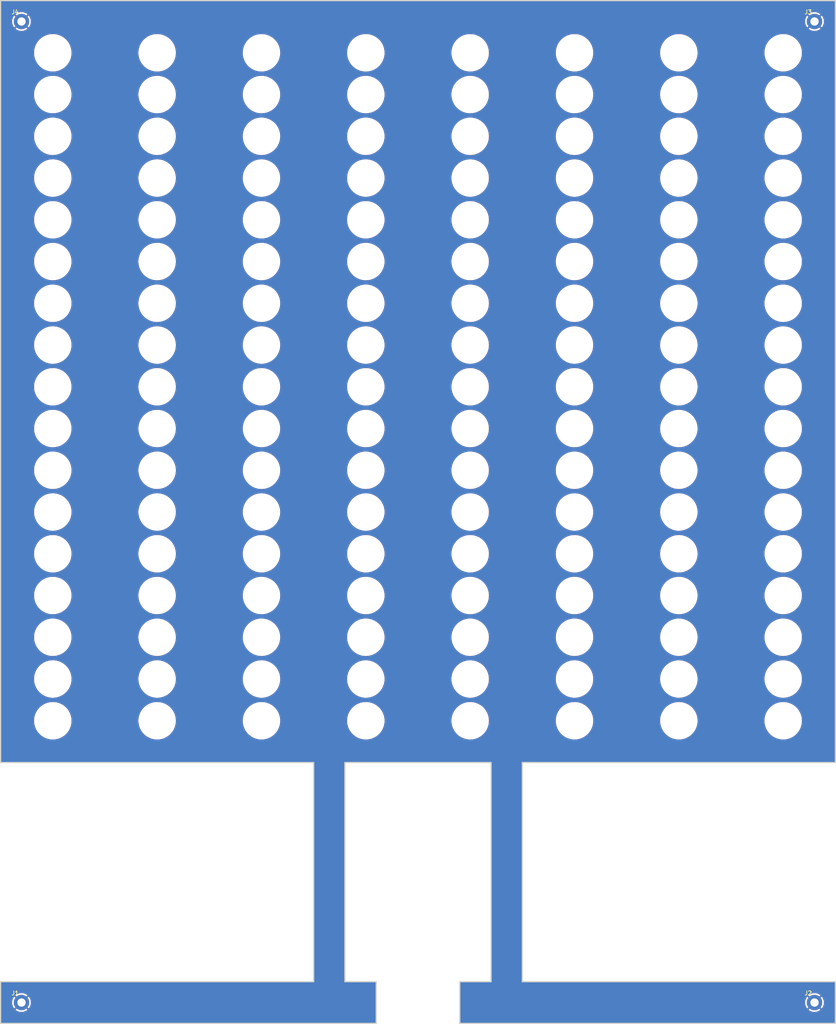
<source format=kicad_pcb>
(kicad_pcb (version 20221018) (generator pcbnew)
  (layers (0 "F.Cu" signal) (31 "B.Cu" signal) (34 "B.Paste" user) (35 "F.Paste" user) (36 "B.SilkS" user "B.Silkscreen") (37 "F.SilkS" user "F.Silkscreen") (38 "B.Mask" user) (39 "F.Mask" user) (44 "Edge.Cuts" user))
  (net 0 "")
  (net 1 "GND")
  (footprint "" (layer "F.Cu") (at 129.4511 130.4036)
    (fp_text reference "@HOLE130" hide)
    (fp_text value "" (at 0 0) (layer "F.SilkS") (effects (font (size 1.27 1.27))))
    (pad "" np_thru_hole circle (at 0 0) (size 4.064 4.064) (drill 4.064) (layers "*.Cu" "*.Mask"))
  )
  (footprint "" (layer "F.Cu") (at 104.0511 54.2036)
    (fp_text reference "@HOLE8" hide)
    (fp_text value "" (at 0 0) (layer "F.SilkS") (effects (font (size 1.27 1.27))))
    (pad "" np_thru_hole circle (at 0 0) (size 4.064 4.064) (drill 4.064) (layers "*.Cu" "*.Mask"))
  )
  (footprint "" (layer "F.Cu") (at 180.2511 79.6036)
    (fp_text reference "@HOLE54" hide)
    (fp_text value "" (at 0 0) (layer "F.SilkS") (effects (font (size 1.27 1.27))))
    (pad "" np_thru_hole circle (at 0 0) (size 4.064 4.064) (drill 4.064) (layers "*.Cu" "*.Mask"))
  )
  (footprint "" (layer "F.Cu") (at 180.2511 94.8436)
    (fp_text reference "@HOLE78" hide)
    (fp_text value "" (at 0 0) (layer "F.SilkS") (effects (font (size 1.27 1.27))))
    (pad "" np_thru_hole circle (at 0 0) (size 4.064 4.064) (drill 4.064) (layers "*.Cu" "*.Mask"))
  )
  (footprint "" (layer "F.Cu") (at 154.8511 125.3236)
    (fp_text reference "@HOLE124" hide)
    (fp_text value "" (at 0 0) (layer "F.SilkS") (effects (font (size 1.27 1.27))))
    (pad "" np_thru_hole circle (at 0 0) (size 4.064 4.064) (drill 4.064) (layers "*.Cu" "*.Mask"))
  )
  (footprint "" (layer "F.Cu") (at 154.8511 54.2036)
    (fp_text reference "@HOLE12" hide)
    (fp_text value "" (at 0 0) (layer "F.SilkS") (effects (font (size 1.27 1.27))))
    (pad "" np_thru_hole circle (at 0 0) (size 4.064 4.064) (drill 4.064) (layers "*.Cu" "*.Mask"))
  )
  (footprint "" (layer "F.Cu") (at 167.5511 105.0036)
    (fp_text reference "@HOLE93" hide)
    (fp_text value "" (at 0 0) (layer "F.SilkS") (effects (font (size 1.27 1.27))))
    (pad "" np_thru_hole circle (at 0 0) (size 4.064 4.064) (drill 4.064) (layers "*.Cu" "*.Mask"))
  )
  (footprint "" (layer "F.Cu") (at 129.4511 64.3636)
    (fp_text reference "@HOLE26" hide)
    (fp_text value "" (at 0 0) (layer "F.SilkS") (effects (font (size 1.27 1.27))))
    (pad "" np_thru_hole circle (at 0 0) (size 4.064 4.064) (drill 4.064) (layers "*.Cu" "*.Mask"))
  )
  (footprint "" (layer "F.Cu") (at 192.9511 49.1236)
    (fp_text reference "@HOLE7" hide)
    (fp_text value "" (at 0 0) (layer "F.SilkS") (effects (font (size 1.27 1.27))))
    (pad "" np_thru_hole circle (at 0 0) (size 4.064 4.064) (drill 4.064) (layers "*.Cu" "*.Mask"))
  )
  (footprint "working:1X01NS_KIT" (layer "F.Cu") (at 100.2411 164.6936)
    (fp_text reference "J1" (at -1.27 -1.143) (layer "F.SilkS") (effects (font (size 0.512064 0.512064) (thickness 0.097536)) (justify left)))
    (fp_text value "")
    (pad "1" thru_hole circle (at 0 0 90) (size 1.8796 1.8796) (drill 1.016) (layers "*.Cu") (net 1 "GND"))
  )
  (footprint "" (layer "F.Cu") (at 116.7511 84.6836)
    (fp_text reference "@HOLE57" hide)
    (fp_text value "" (at 0 0) (layer "F.SilkS") (effects (font (size 1.27 1.27))))
    (pad "" np_thru_hole circle (at 0 0) (size 4.064 4.064) (drill 4.064) (layers "*.Cu" "*.Mask"))
  )
  (footprint "" (layer "F.Cu") (at 167.5511 115.1636)
    (fp_text reference "@HOLE109" hide)
    (fp_text value "" (at 0 0) (layer "F.SilkS") (effects (font (size 1.27 1.27))))
    (pad "" np_thru_hole circle (at 0 0) (size 4.064 4.064) (drill 4.064) (layers "*.Cu" "*.Mask"))
  )
  (footprint "" (layer "F.Cu") (at 116.7511 115.1636)
    (fp_text reference "@HOLE105" hide)
    (fp_text value "" (at 0 0) (layer "F.SilkS") (effects (font (size 1.27 1.27))))
    (pad "" np_thru_hole circle (at 0 0) (size 4.064 4.064) (drill 4.064) (layers "*.Cu" "*.Mask"))
  )
  (footprint "" (layer "F.Cu") (at 116.7511 89.7636)
    (fp_text reference "@HOLE65" hide)
    (fp_text value "" (at 0 0) (layer "F.SilkS") (effects (font (size 1.27 1.27))))
    (pad "" np_thru_hole circle (at 0 0) (size 4.064 4.064) (drill 4.064) (layers "*.Cu" "*.Mask"))
  )
  (footprint "" (layer "F.Cu") (at 154.8511 99.9236)
    (fp_text reference "@HOLE84" hide)
    (fp_text value "" (at 0 0) (layer "F.SilkS") (effects (font (size 1.27 1.27))))
    (pad "" np_thru_hole circle (at 0 0) (size 4.064 4.064) (drill 4.064) (layers "*.Cu" "*.Mask"))
  )
  (footprint "" (layer "F.Cu") (at 154.8511 69.4436)
    (fp_text reference "@HOLE36" hide)
    (fp_text value "" (at 0 0) (layer "F.SilkS") (effects (font (size 1.27 1.27))))
    (pad "" np_thru_hole circle (at 0 0) (size 4.064 4.064) (drill 4.064) (layers "*.Cu" "*.Mask"))
  )
  (footprint "" (layer "F.Cu") (at 142.1511 74.5236)
    (fp_text reference "@HOLE43" hide)
    (fp_text value "" (at 0 0) (layer "F.SilkS") (effects (font (size 1.27 1.27))))
    (pad "" np_thru_hole circle (at 0 0) (size 4.064 4.064) (drill 4.064) (layers "*.Cu" "*.Mask"))
  )
  (footprint "" (layer "F.Cu") (at 167.5511 110.0836)
    (fp_text reference "@HOLE101" hide)
    (fp_text value "" (at 0 0) (layer "F.SilkS") (effects (font (size 1.27 1.27))))
    (pad "" np_thru_hole circle (at 0 0) (size 4.064 4.064) (drill 4.064) (layers "*.Cu" "*.Mask"))
  )
  (footprint "" (layer "F.Cu") (at 129.4511 49.1236)
    (fp_text reference "@HOLE2" hide)
    (fp_text value "" (at 0 0) (layer "F.SilkS") (effects (font (size 1.27 1.27))))
    (pad "" np_thru_hole circle (at 0 0) (size 4.064 4.064) (drill 4.064) (layers "*.Cu" "*.Mask"))
  )
  (footprint "" (layer "F.Cu") (at 154.8511 89.7636)
    (fp_text reference "@HOLE68" hide)
    (fp_text value "" (at 0 0) (layer "F.SilkS") (effects (font (size 1.27 1.27))))
    (pad "" np_thru_hole circle (at 0 0) (size 4.064 4.064) (drill 4.064) (layers "*.Cu" "*.Mask"))
  )
  (footprint "" (layer "F.Cu") (at 142.1511 69.4436)
    (fp_text reference "@HOLE35" hide)
    (fp_text value "" (at 0 0) (layer "F.SilkS") (effects (font (size 1.27 1.27))))
    (pad "" np_thru_hole circle (at 0 0) (size 4.064 4.064) (drill 4.064) (layers "*.Cu" "*.Mask"))
  )
  (footprint "" (layer "F.Cu") (at 180.2511 120.2436)
    (fp_text reference "@HOLE118" hide)
    (fp_text value "" (at 0 0) (layer "F.SilkS") (effects (font (size 1.27 1.27))))
    (pad "" np_thru_hole circle (at 0 0) (size 4.064 4.064) (drill 4.064) (layers "*.Cu" "*.Mask"))
  )
  (footprint "" (layer "F.Cu") (at 104.0511 120.2436)
    (fp_text reference "@HOLE112" hide)
    (fp_text value "" (at 0 0) (layer "F.SilkS") (effects (font (size 1.27 1.27))))
    (pad "" np_thru_hole circle (at 0 0) (size 4.064 4.064) (drill 4.064) (layers "*.Cu" "*.Mask"))
  )
  (footprint "" (layer "F.Cu") (at 192.9511 89.7636)
    (fp_text reference "@HOLE71" hide)
    (fp_text value "" (at 0 0) (layer "F.SilkS") (effects (font (size 1.27 1.27))))
    (pad "" np_thru_hole circle (at 0 0) (size 4.064 4.064) (drill 4.064) (layers "*.Cu" "*.Mask"))
  )
  (footprint "" (layer "F.Cu") (at 154.8511 115.1636)
    (fp_text reference "@HOLE108" hide)
    (fp_text value "" (at 0 0) (layer "F.SilkS") (effects (font (size 1.27 1.27))))
    (pad "" np_thru_hole circle (at 0 0) (size 4.064 4.064) (drill 4.064) (layers "*.Cu" "*.Mask"))
  )
  (footprint "" (layer "F.Cu") (at 142.1511 99.9236)
    (fp_text reference "@HOLE83" hide)
    (fp_text value "" (at 0 0) (layer "F.SilkS") (effects (font (size 1.27 1.27))))
    (pad "" np_thru_hole circle (at 0 0) (size 4.064 4.064) (drill 4.064) (layers "*.Cu" "*.Mask"))
  )
  (footprint "" (layer "F.Cu") (at 180.2511 49.1236)
    (fp_text reference "@HOLE6" hide)
    (fp_text value "" (at 0 0) (layer "F.SilkS") (effects (font (size 1.27 1.27))))
    (pad "" np_thru_hole circle (at 0 0) (size 4.064 4.064) (drill 4.064) (layers "*.Cu" "*.Mask"))
  )
  (footprint "" (layer "F.Cu") (at 116.7511 49.1236)
    (fp_text reference "@HOLE1" hide)
    (fp_text value "" (at 0 0) (layer "F.SilkS") (effects (font (size 1.27 1.27))))
    (pad "" np_thru_hole circle (at 0 0) (size 4.064 4.064) (drill 4.064) (layers "*.Cu" "*.Mask"))
  )
  (footprint "" (layer "F.Cu") (at 104.0511 49.1236)
    (fp_text reference "@HOLE0" hide)
    (fp_text value "" (at 0 0) (layer "F.SilkS") (effects (font (size 1.27 1.27))))
    (pad "" np_thru_hole circle (at 0 0) (size 4.064 4.064) (drill 4.064) (layers "*.Cu" "*.Mask"))
  )
  (footprint "" (layer "F.Cu") (at 180.2511 74.5236)
    (fp_text reference "@HOLE46" hide)
    (fp_text value "" (at 0 0) (layer "F.SilkS") (effects (font (size 1.27 1.27))))
    (pad "" np_thru_hole circle (at 0 0) (size 4.064 4.064) (drill 4.064) (layers "*.Cu" "*.Mask"))
  )
  (footprint "" (layer "F.Cu") (at 104.0511 115.1636)
    (fp_text reference "@HOLE104" hide)
    (fp_text value "" (at 0 0) (layer "F.SilkS") (effects (font (size 1.27 1.27))))
    (pad "" np_thru_hole circle (at 0 0) (size 4.064 4.064) (drill 4.064) (layers "*.Cu" "*.Mask"))
  )
  (footprint "" (layer "F.Cu") (at 192.9511 120.2436)
    (fp_text reference "@HOLE119" hide)
    (fp_text value "" (at 0 0) (layer "F.SilkS") (effects (font (size 1.27 1.27))))
    (pad "" np_thru_hole circle (at 0 0) (size 4.064 4.064) (drill 4.064) (layers "*.Cu" "*.Mask"))
  )
  (footprint "" (layer "F.Cu") (at 154.8511 59.2836)
    (fp_text reference "@HOLE20" hide)
    (fp_text value "" (at 0 0) (layer "F.SilkS") (effects (font (size 1.27 1.27))))
    (pad "" np_thru_hole circle (at 0 0) (size 4.064 4.064) (drill 4.064) (layers "*.Cu" "*.Mask"))
  )
  (footprint "" (layer "F.Cu") (at 129.4511 54.2036)
    (fp_text reference "@HOLE10" hide)
    (fp_text value "" (at 0 0) (layer "F.SilkS") (effects (font (size 1.27 1.27))))
    (pad "" np_thru_hole circle (at 0 0) (size 4.064 4.064) (drill 4.064) (layers "*.Cu" "*.Mask"))
  )
  (footprint "" (layer "F.Cu") (at 129.4511 115.1636)
    (fp_text reference "@HOLE106" hide)
    (fp_text value "" (at 0 0) (layer "F.SilkS") (effects (font (size 1.27 1.27))))
    (pad "" np_thru_hole circle (at 0 0) (size 4.064 4.064) (drill 4.064) (layers "*.Cu" "*.Mask"))
  )
  (footprint "" (layer "F.Cu") (at 129.4511 105.0036)
    (fp_text reference "@HOLE90" hide)
    (fp_text value "" (at 0 0) (layer "F.SilkS") (effects (font (size 1.27 1.27))))
    (pad "" np_thru_hole circle (at 0 0) (size 4.064 4.064) (drill 4.064) (layers "*.Cu" "*.Mask"))
  )
  (footprint "" (layer "F.Cu") (at 116.7511 79.6036)
    (fp_text reference "@HOLE49" hide)
    (fp_text value "" (at 0 0) (layer "F.SilkS") (effects (font (size 1.27 1.27))))
    (pad "" np_thru_hole circle (at 0 0) (size 4.064 4.064) (drill 4.064) (layers "*.Cu" "*.Mask"))
  )
  (footprint "" (layer "F.Cu") (at 180.2511 115.1636)
    (fp_text reference "@HOLE110" hide)
    (fp_text value "" (at 0 0) (layer "F.SilkS") (effects (font (size 1.27 1.27))))
    (pad "" np_thru_hole circle (at 0 0) (size 4.064 4.064) (drill 4.064) (layers "*.Cu" "*.Mask"))
  )
  (footprint "" (layer "F.Cu") (at 142.1511 84.6836)
    (fp_text reference "@HOLE59" hide)
    (fp_text value "" (at 0 0) (layer "F.SilkS") (effects (font (size 1.27 1.27))))
    (pad "" np_thru_hole circle (at 0 0) (size 4.064 4.064) (drill 4.064) (layers "*.Cu" "*.Mask"))
  )
  (footprint "" (layer "F.Cu") (at 104.0511 79.6036)
    (fp_text reference "@HOLE48" hide)
    (fp_text value "" (at 0 0) (layer "F.SilkS") (effects (font (size 1.27 1.27))))
    (pad "" np_thru_hole circle (at 0 0) (size 4.064 4.064) (drill 4.064) (layers "*.Cu" "*.Mask"))
  )
  (footprint "" (layer "F.Cu") (at 167.5511 89.7636)
    (fp_text reference "@HOLE69" hide)
    (fp_text value "" (at 0 0) (layer "F.SilkS") (effects (font (size 1.27 1.27))))
    (pad "" np_thru_hole circle (at 0 0) (size 4.064 4.064) (drill 4.064) (layers "*.Cu" "*.Mask"))
  )
  (footprint "" (layer "F.Cu") (at 180.2511 89.7636)
    (fp_text reference "@HOLE70" hide)
    (fp_text value "" (at 0 0) (layer "F.SilkS") (effects (font (size 1.27 1.27))))
    (pad "" np_thru_hole circle (at 0 0) (size 4.064 4.064) (drill 4.064) (layers "*.Cu" "*.Mask"))
  )
  (footprint "" (layer "F.Cu") (at 104.0511 110.0836)
    (fp_text reference "@HOLE96" hide)
    (fp_text value "" (at 0 0) (layer "F.SilkS") (effects (font (size 1.27 1.27))))
    (pad "" np_thru_hole circle (at 0 0) (size 4.064 4.064) (drill 4.064) (layers "*.Cu" "*.Mask"))
  )
  (footprint "" (layer "F.Cu") (at 167.5511 79.6036)
    (fp_text reference "@HOLE53" hide)
    (fp_text value "" (at 0 0) (layer "F.SilkS") (effects (font (size 1.27 1.27))))
    (pad "" np_thru_hole circle (at 0 0) (size 4.064 4.064) (drill 4.064) (layers "*.Cu" "*.Mask"))
  )
  (footprint "" (layer "F.Cu") (at 180.2511 59.2836)
    (fp_text reference "@HOLE22" hide)
    (fp_text value "" (at 0 0) (layer "F.SilkS") (effects (font (size 1.27 1.27))))
    (pad "" np_thru_hole circle (at 0 0) (size 4.064 4.064) (drill 4.064) (layers "*.Cu" "*.Mask"))
  )
  (footprint "" (layer "F.Cu") (at 129.4511 84.6836)
    (fp_text reference "@HOLE58" hide)
    (fp_text value "" (at 0 0) (layer "F.SilkS") (effects (font (size 1.27 1.27))))
    (pad "" np_thru_hole circle (at 0 0) (size 4.064 4.064) (drill 4.064) (layers "*.Cu" "*.Mask"))
  )
  (footprint "" (layer "F.Cu") (at 154.8511 94.8436)
    (fp_text reference "@HOLE76" hide)
    (fp_text value "" (at 0 0) (layer "F.SilkS") (effects (font (size 1.27 1.27))))
    (pad "" np_thru_hole circle (at 0 0) (size 4.064 4.064) (drill 4.064) (layers "*.Cu" "*.Mask"))
  )
  (footprint "" (layer "F.Cu") (at 104.0511 84.6836)
    (fp_text reference "@HOLE56" hide)
    (fp_text value "" (at 0 0) (layer "F.SilkS") (effects (font (size 1.27 1.27))))
    (pad "" np_thru_hole circle (at 0 0) (size 4.064 4.064) (drill 4.064) (layers "*.Cu" "*.Mask"))
  )
  (footprint "" (layer "F.Cu") (at 192.9511 105.0036)
    (fp_text reference "@HOLE95" hide)
    (fp_text value "" (at 0 0) (layer "F.SilkS") (effects (font (size 1.27 1.27))))
    (pad "" np_thru_hole circle (at 0 0) (size 4.064 4.064) (drill 4.064) (layers "*.Cu" "*.Mask"))
  )
  (footprint "" (layer "F.Cu") (at 116.7511 105.0036)
    (fp_text reference "@HOLE89" hide)
    (fp_text value "" (at 0 0) (layer "F.SilkS") (effects (font (size 1.27 1.27))))
    (pad "" np_thru_hole circle (at 0 0) (size 4.064 4.064) (drill 4.064) (layers "*.Cu" "*.Mask"))
  )
  (footprint "" (layer "F.Cu") (at 116.7511 110.0836)
    (fp_text reference "@HOLE97" hide)
    (fp_text value "" (at 0 0) (layer "F.SilkS") (effects (font (size 1.27 1.27))))
    (pad "" np_thru_hole circle (at 0 0) (size 4.064 4.064) (drill 4.064) (layers "*.Cu" "*.Mask"))
  )
  (footprint "" (layer "F.Cu") (at 154.8511 64.3636)
    (fp_text reference "@HOLE28" hide)
    (fp_text value "" (at 0 0) (layer "F.SilkS") (effects (font (size 1.27 1.27))))
    (pad "" np_thru_hole circle (at 0 0) (size 4.064 4.064) (drill 4.064) (layers "*.Cu" "*.Mask"))
  )
  (footprint "" (layer "F.Cu") (at 167.5511 130.4036)
    (fp_text reference "@HOLE133" hide)
    (fp_text value "" (at 0 0) (layer "F.SilkS") (effects (font (size 1.27 1.27))))
    (pad "" np_thru_hole circle (at 0 0) (size 4.064 4.064) (drill 4.064) (layers "*.Cu" "*.Mask"))
  )
  (footprint "" (layer "F.Cu") (at 129.4511 125.3236)
    (fp_text reference "@HOLE122" hide)
    (fp_text value "" (at 0 0) (layer "F.SilkS") (effects (font (size 1.27 1.27))))
    (pad "" np_thru_hole circle (at 0 0) (size 4.064 4.064) (drill 4.064) (layers "*.Cu" "*.Mask"))
  )
  (footprint "" (layer "F.Cu") (at 167.5511 54.2036)
    (fp_text reference "@HOLE13" hide)
    (fp_text value "" (at 0 0) (layer "F.SilkS") (effects (font (size 1.27 1.27))))
    (pad "" np_thru_hole circle (at 0 0) (size 4.064 4.064) (drill 4.064) (layers "*.Cu" "*.Mask"))
  )
  (footprint "" (layer "F.Cu") (at 167.5511 120.2436)
    (fp_text reference "@HOLE117" hide)
    (fp_text value "" (at 0 0) (layer "F.SilkS") (effects (font (size 1.27 1.27))))
    (pad "" np_thru_hole circle (at 0 0) (size 4.064 4.064) (drill 4.064) (layers "*.Cu" "*.Mask"))
  )
  (footprint "" (layer "F.Cu") (at 142.1511 130.4036)
    (fp_text reference "@HOLE131" hide)
    (fp_text value "" (at 0 0) (layer "F.SilkS") (effects (font (size 1.27 1.27))))
    (pad "" np_thru_hole circle (at 0 0) (size 4.064 4.064) (drill 4.064) (layers "*.Cu" "*.Mask"))
  )
  (footprint "" (layer "F.Cu") (at 116.7511 69.4436)
    (fp_text reference "@HOLE33" hide)
    (fp_text value "" (at 0 0) (layer "F.SilkS") (effects (font (size 1.27 1.27))))
    (pad "" np_thru_hole circle (at 0 0) (size 4.064 4.064) (drill 4.064) (layers "*.Cu" "*.Mask"))
  )
  (footprint "" (layer "F.Cu") (at 129.4511 99.9236)
    (fp_text reference "@HOLE82" hide)
    (fp_text value "" (at 0 0) (layer "F.SilkS") (effects (font (size 1.27 1.27))))
    (pad "" np_thru_hole circle (at 0 0) (size 4.064 4.064) (drill 4.064) (layers "*.Cu" "*.Mask"))
  )
  (footprint "" (layer "F.Cu") (at 104.0511 125.3236)
    (fp_text reference "@HOLE120" hide)
    (fp_text value "" (at 0 0) (layer "F.SilkS") (effects (font (size 1.27 1.27))))
    (pad "" np_thru_hole circle (at 0 0) (size 4.064 4.064) (drill 4.064) (layers "*.Cu" "*.Mask"))
  )
  (footprint "" (layer "F.Cu") (at 129.4511 79.6036)
    (fp_text reference "@HOLE50" hide)
    (fp_text value "" (at 0 0) (layer "F.SilkS") (effects (font (size 1.27 1.27))))
    (pad "" np_thru_hole circle (at 0 0) (size 4.064 4.064) (drill 4.064) (layers "*.Cu" "*.Mask"))
  )
  (footprint "" (layer "F.Cu") (at 180.2511 54.2036)
    (fp_text reference "@HOLE14" hide)
    (fp_text value "" (at 0 0) (layer "F.SilkS") (effects (font (size 1.27 1.27))))
    (pad "" np_thru_hole circle (at 0 0) (size 4.064 4.064) (drill 4.064) (layers "*.Cu" "*.Mask"))
  )
  (footprint "" (layer "F.Cu") (at 192.9511 74.5236)
    (fp_text reference "@HOLE47" hide)
    (fp_text value "" (at 0 0) (layer "F.SilkS") (effects (font (size 1.27 1.27))))
    (pad "" np_thru_hole circle (at 0 0) (size 4.064 4.064) (drill 4.064) (layers "*.Cu" "*.Mask"))
  )
  (footprint "" (layer "F.Cu") (at 142.1511 89.7636)
    (fp_text reference "@HOLE67" hide)
    (fp_text value "" (at 0 0) (layer "F.SilkS") (effects (font (size 1.27 1.27))))
    (pad "" np_thru_hole circle (at 0 0) (size 4.064 4.064) (drill 4.064) (layers "*.Cu" "*.Mask"))
  )
  (footprint "" (layer "F.Cu") (at 104.0511 64.3636)
    (fp_text reference "@HOLE24" hide)
    (fp_text value "" (at 0 0) (layer "F.SilkS") (effects (font (size 1.27 1.27))))
    (pad "" np_thru_hole circle (at 0 0) (size 4.064 4.064) (drill 4.064) (layers "*.Cu" "*.Mask"))
  )
  (footprint "" (layer "F.Cu") (at 180.2511 99.9236)
    (fp_text reference "@HOLE86" hide)
    (fp_text value "" (at 0 0) (layer "F.SilkS") (effects (font (size 1.27 1.27))))
    (pad "" np_thru_hole circle (at 0 0) (size 4.064 4.064) (drill 4.064) (layers "*.Cu" "*.Mask"))
  )
  (footprint "" (layer "F.Cu") (at 192.9511 79.6036)
    (fp_text reference "@HOLE55" hide)
    (fp_text value "" (at 0 0) (layer "F.SilkS") (effects (font (size 1.27 1.27))))
    (pad "" np_thru_hole circle (at 0 0) (size 4.064 4.064) (drill 4.064) (layers "*.Cu" "*.Mask"))
  )
  (footprint "" (layer "F.Cu") (at 192.9511 125.3236)
    (fp_text reference "@HOLE127" hide)
    (fp_text value "" (at 0 0) (layer "F.SilkS") (effects (font (size 1.27 1.27))))
    (pad "" np_thru_hole circle (at 0 0) (size 4.064 4.064) (drill 4.064) (layers "*.Cu" "*.Mask"))
  )
  (footprint "" (layer "F.Cu") (at 192.9511 94.8436)
    (fp_text reference "@HOLE79" hide)
    (fp_text value "" (at 0 0) (layer "F.SilkS") (effects (font (size 1.27 1.27))))
    (pad "" np_thru_hole circle (at 0 0) (size 4.064 4.064) (drill 4.064) (layers "*.Cu" "*.Mask"))
  )
  (footprint "" (layer "F.Cu") (at 116.7511 74.5236)
    (fp_text reference "@HOLE41" hide)
    (fp_text value "" (at 0 0) (layer "F.SilkS") (effects (font (size 1.27 1.27))))
    (pad "" np_thru_hole circle (at 0 0) (size 4.064 4.064) (drill 4.064) (layers "*.Cu" "*.Mask"))
  )
  (footprint "" (layer "F.Cu") (at 180.2511 130.4036)
    (fp_text reference "@HOLE134" hide)
    (fp_text value "" (at 0 0) (layer "F.SilkS") (effects (font (size 1.27 1.27))))
    (pad "" np_thru_hole circle (at 0 0) (size 4.064 4.064) (drill 4.064) (layers "*.Cu" "*.Mask"))
  )
  (footprint "" (layer "F.Cu") (at 116.7511 99.9236)
    (fp_text reference "@HOLE81" hide)
    (fp_text value "" (at 0 0) (layer "F.SilkS") (effects (font (size 1.27 1.27))))
    (pad "" np_thru_hole circle (at 0 0) (size 4.064 4.064) (drill 4.064) (layers "*.Cu" "*.Mask"))
  )
  (footprint "" (layer "F.Cu") (at 192.9511 99.9236)
    (fp_text reference "@HOLE87" hide)
    (fp_text value "" (at 0 0) (layer "F.SilkS") (effects (font (size 1.27 1.27))))
    (pad "" np_thru_hole circle (at 0 0) (size 4.064 4.064) (drill 4.064) (layers "*.Cu" "*.Mask"))
  )
  (footprint "" (layer "F.Cu") (at 142.1511 105.0036)
    (fp_text reference "@HOLE91" hide)
    (fp_text value "" (at 0 0) (layer "F.SilkS") (effects (font (size 1.27 1.27))))
    (pad "" np_thru_hole circle (at 0 0) (size 4.064 4.064) (drill 4.064) (layers "*.Cu" "*.Mask"))
  )
  (footprint "" (layer "F.Cu") (at 104.0511 99.9236)
    (fp_text reference "@HOLE80" hide)
    (fp_text value "" (at 0 0) (layer "F.SilkS") (effects (font (size 1.27 1.27))))
    (pad "" np_thru_hole circle (at 0 0) (size 4.064 4.064) (drill 4.064) (layers "*.Cu" "*.Mask"))
  )
  (footprint "" (layer "F.Cu") (at 154.8511 74.5236)
    (fp_text reference "@HOLE44" hide)
    (fp_text value "" (at 0 0) (layer "F.SilkS") (effects (font (size 1.27 1.27))))
    (pad "" np_thru_hole circle (at 0 0) (size 4.064 4.064) (drill 4.064) (layers "*.Cu" "*.Mask"))
  )
  (footprint "" (layer "F.Cu") (at 167.5511 125.3236)
    (fp_text reference "@HOLE125" hide)
    (fp_text value "" (at 0 0) (layer "F.SilkS") (effects (font (size 1.27 1.27))))
    (pad "" np_thru_hole circle (at 0 0) (size 4.064 4.064) (drill 4.064) (layers "*.Cu" "*.Mask"))
  )
  (footprint "working:1X01NS_KIT" (layer "F.Cu") (at 100.2411 45.3136)
    (fp_text reference "J4" (at -1.27 -1.143) (layer "F.SilkS") (effects (font (size 0.512064 0.512064) (thickness 0.097536)) (justify left)))
    (fp_text value "")
    (pad "1" thru_hole circle (at 0 0 90) (size 1.8796 1.8796) (drill 1.016) (layers "*.Cu") (net 1 "GND"))
  )
  (footprint "" (layer "F.Cu") (at 104.0511 130.4036)
    (fp_text reference "@HOLE128" hide)
    (fp_text value "" (at 0 0) (layer "F.SilkS") (effects (font (size 1.27 1.27))))
    (pad "" np_thru_hole circle (at 0 0) (size 4.064 4.064) (drill 4.064) (layers "*.Cu" "*.Mask"))
  )
  (footprint "" (layer "F.Cu") (at 116.7511 120.2436)
    (fp_text reference "@HOLE113" hide)
    (fp_text value "" (at 0 0) (layer "F.SilkS") (effects (font (size 1.27 1.27))))
    (pad "" np_thru_hole circle (at 0 0) (size 4.064 4.064) (drill 4.064) (layers "*.Cu" "*.Mask"))
  )
  (footprint "" (layer "F.Cu") (at 192.9511 54.2036)
    (fp_text reference "@HOLE15" hide)
    (fp_text value "" (at 0 0) (layer "F.SilkS") (effects (font (size 1.27 1.27))))
    (pad "" np_thru_hole circle (at 0 0) (size 4.064 4.064) (drill 4.064) (layers "*.Cu" "*.Mask"))
  )
  (footprint "" (layer "F.Cu") (at 167.5511 59.2836)
    (fp_text reference "@HOLE21" hide)
    (fp_text value "" (at 0 0) (layer "F.SilkS") (effects (font (size 1.27 1.27))))
    (pad "" np_thru_hole circle (at 0 0) (size 4.064 4.064) (drill 4.064) (layers "*.Cu" "*.Mask"))
  )
  (footprint "" (layer "F.Cu") (at 167.5511 74.5236)
    (fp_text reference "@HOLE45" hide)
    (fp_text value "" (at 0 0) (layer "F.SilkS") (effects (font (size 1.27 1.27))))
    (pad "" np_thru_hole circle (at 0 0) (size 4.064 4.064) (drill 4.064) (layers "*.Cu" "*.Mask"))
  )
  (footprint "" (layer "F.Cu") (at 129.4511 69.4436)
    (fp_text reference "@HOLE34" hide)
    (fp_text value "" (at 0 0) (layer "F.SilkS") (effects (font (size 1.27 1.27))))
    (pad "" np_thru_hole circle (at 0 0) (size 4.064 4.064) (drill 4.064) (layers "*.Cu" "*.Mask"))
  )
  (footprint "" (layer "F.Cu") (at 142.1511 115.1636)
    (fp_text reference "@HOLE107" hide)
    (fp_text value "" (at 0 0) (layer "F.SilkS") (effects (font (size 1.27 1.27))))
    (pad "" np_thru_hole circle (at 0 0) (size 4.064 4.064) (drill 4.064) (layers "*.Cu" "*.Mask"))
  )
  (footprint "" (layer "F.Cu") (at 167.5511 49.1236)
    (fp_text reference "@HOLE5" hide)
    (fp_text value "" (at 0 0) (layer "F.SilkS") (effects (font (size 1.27 1.27))))
    (pad "" np_thru_hole circle (at 0 0) (size 4.064 4.064) (drill 4.064) (layers "*.Cu" "*.Mask"))
  )
  (footprint "" (layer "F.Cu") (at 142.1511 54.2036)
    (fp_text reference "@HOLE11" hide)
    (fp_text value "" (at 0 0) (layer "F.SilkS") (effects (font (size 1.27 1.27))))
    (pad "" np_thru_hole circle (at 0 0) (size 4.064 4.064) (drill 4.064) (layers "*.Cu" "*.Mask"))
  )
  (footprint "" (layer "F.Cu") (at 104.0511 59.2836)
    (fp_text reference "@HOLE16" hide)
    (fp_text value "" (at 0 0) (layer "F.SilkS") (effects (font (size 1.27 1.27))))
    (pad "" np_thru_hole circle (at 0 0) (size 4.064 4.064) (drill 4.064) (layers "*.Cu" "*.Mask"))
  )
  (footprint "" (layer "F.Cu") (at 129.4511 74.5236)
    (fp_text reference "@HOLE42" hide)
    (fp_text value "" (at 0 0) (layer "F.SilkS") (effects (font (size 1.27 1.27))))
    (pad "" np_thru_hole circle (at 0 0) (size 4.064 4.064) (drill 4.064) (layers "*.Cu" "*.Mask"))
  )
  (footprint "" (layer "F.Cu") (at 154.8511 105.0036)
    (fp_text reference "@HOLE92" hide)
    (fp_text value "" (at 0 0) (layer "F.SilkS") (effects (font (size 1.27 1.27))))
    (pad "" np_thru_hole circle (at 0 0) (size 4.064 4.064) (drill 4.064) (layers "*.Cu" "*.Mask"))
  )
  (footprint "" (layer "F.Cu") (at 142.1511 59.2836)
    (fp_text reference "@HOLE19" hide)
    (fp_text value "" (at 0 0) (layer "F.SilkS") (effects (font (size 1.27 1.27))))
    (pad "" np_thru_hole circle (at 0 0) (size 4.064 4.064) (drill 4.064) (layers "*.Cu" "*.Mask"))
  )
  (footprint "" (layer "F.Cu") (at 192.9511 84.6836)
    (fp_text reference "@HOLE63" hide)
    (fp_text value "" (at 0 0) (layer "F.SilkS") (effects (font (size 1.27 1.27))))
    (pad "" np_thru_hole circle (at 0 0) (size 4.064 4.064) (drill 4.064) (layers "*.Cu" "*.Mask"))
  )
  (footprint "" (layer "F.Cu") (at 104.0511 69.4436)
    (fp_text reference "@HOLE32" hide)
    (fp_text value "" (at 0 0) (layer "F.SilkS") (effects (font (size 1.27 1.27))))
    (pad "" np_thru_hole circle (at 0 0) (size 4.064 4.064) (drill 4.064) (layers "*.Cu" "*.Mask"))
  )
  (footprint "" (layer "F.Cu") (at 129.4511 94.8436)
    (fp_text reference "@HOLE74" hide)
    (fp_text value "" (at 0 0) (layer "F.SilkS") (effects (font (size 1.27 1.27))))
    (pad "" np_thru_hole circle (at 0 0) (size 4.064 4.064) (drill 4.064) (layers "*.Cu" "*.Mask"))
  )
  (footprint "" (layer "F.Cu") (at 192.9511 69.4436)
    (fp_text reference "@HOLE39" hide)
    (fp_text value "" (at 0 0) (layer "F.SilkS") (effects (font (size 1.27 1.27))))
    (pad "" np_thru_hole circle (at 0 0) (size 4.064 4.064) (drill 4.064) (layers "*.Cu" "*.Mask"))
  )
  (footprint "" (layer "F.Cu") (at 180.2511 84.6836)
    (fp_text reference "@HOLE62" hide)
    (fp_text value "" (at 0 0) (layer "F.SilkS") (effects (font (size 1.27 1.27))))
    (pad "" np_thru_hole circle (at 0 0) (size 4.064 4.064) (drill 4.064) (layers "*.Cu" "*.Mask"))
  )
  (footprint "" (layer "F.Cu") (at 142.1511 120.2436)
    (fp_text reference "@HOLE115" hide)
    (fp_text value "" (at 0 0) (layer "F.SilkS") (effects (font (size 1.27 1.27))))
    (pad "" np_thru_hole circle (at 0 0) (size 4.064 4.064) (drill 4.064) (layers "*.Cu" "*.Mask"))
  )
  (footprint "" (layer "F.Cu") (at 116.7511 59.2836)
    (fp_text reference "@HOLE17" hide)
    (fp_text value "" (at 0 0) (layer "F.SilkS") (effects (font (size 1.27 1.27))))
    (pad "" np_thru_hole circle (at 0 0) (size 4.064 4.064) (drill 4.064) (layers "*.Cu" "*.Mask"))
  )
  (footprint "" (layer "F.Cu") (at 104.0511 105.0036)
    (fp_text reference "@HOLE88" hide)
    (fp_text value "" (at 0 0) (layer "F.SilkS") (effects (font (size 1.27 1.27))))
    (pad "" np_thru_hole circle (at 0 0) (size 4.064 4.064) (drill 4.064) (layers "*.Cu" "*.Mask"))
  )
  (footprint "" (layer "F.Cu") (at 142.1511 49.1236)
    (fp_text reference "@HOLE3" hide)
    (fp_text value "" (at 0 0) (layer "F.SilkS") (effects (font (size 1.27 1.27))))
    (pad "" np_thru_hole circle (at 0 0) (size 4.064 4.064) (drill 4.064) (layers "*.Cu" "*.Mask"))
  )
  (footprint "" (layer "F.Cu") (at 129.4511 120.2436)
    (fp_text reference "@HOLE114" hide)
    (fp_text value "" (at 0 0) (layer "F.SilkS") (effects (font (size 1.27 1.27))))
    (pad "" np_thru_hole circle (at 0 0) (size 4.064 4.064) (drill 4.064) (layers "*.Cu" "*.Mask"))
  )
  (footprint "" (layer "F.Cu") (at 142.1511 125.3236)
    (fp_text reference "@HOLE123" hide)
    (fp_text value "" (at 0 0) (layer "F.SilkS") (effects (font (size 1.27 1.27))))
    (pad "" np_thru_hole circle (at 0 0) (size 4.064 4.064) (drill 4.064) (layers "*.Cu" "*.Mask"))
  )
  (footprint "" (layer "F.Cu") (at 142.1511 94.8436)
    (fp_text reference "@HOLE75" hide)
    (fp_text value "" (at 0 0) (layer "F.SilkS") (effects (font (size 1.27 1.27))))
    (pad "" np_thru_hole circle (at 0 0) (size 4.064 4.064) (drill 4.064) (layers "*.Cu" "*.Mask"))
  )
  (footprint "" (layer "F.Cu") (at 154.8511 120.2436)
    (fp_text reference "@HOLE116" hide)
    (fp_text value "" (at 0 0) (layer "F.SilkS") (effects (font (size 1.27 1.27))))
    (pad "" np_thru_hole circle (at 0 0) (size 4.064 4.064) (drill 4.064) (layers "*.Cu" "*.Mask"))
  )
  (footprint "" (layer "F.Cu") (at 180.2511 69.4436)
    (fp_text reference "@HOLE38" hide)
    (fp_text value "" (at 0 0) (layer "F.SilkS") (effects (font (size 1.27 1.27))))
    (pad "" np_thru_hole circle (at 0 0) (size 4.064 4.064) (drill 4.064) (layers "*.Cu" "*.Mask"))
  )
  (footprint "" (layer "F.Cu") (at 116.7511 54.2036)
    (fp_text reference "@HOLE9" hide)
    (fp_text value "" (at 0 0) (layer "F.SilkS") (effects (font (size 1.27 1.27))))
    (pad "" np_thru_hole circle (at 0 0) (size 4.064 4.064) (drill 4.064) (layers "*.Cu" "*.Mask"))
  )
  (footprint "" (layer "F.Cu") (at 116.7511 130.4036)
    (fp_text reference "@HOLE129" hide)
    (fp_text value "" (at 0 0) (layer "F.SilkS") (effects (font (size 1.27 1.27))))
    (pad "" np_thru_hole circle (at 0 0) (size 4.064 4.064) (drill 4.064) (layers "*.Cu" "*.Mask"))
  )
  (footprint "" (layer "F.Cu") (at 180.2511 64.3636)
    (fp_text reference "@HOLE30" hide)
    (fp_text value "" (at 0 0) (layer "F.SilkS") (effects (font (size 1.27 1.27))))
    (pad "" np_thru_hole circle (at 0 0) (size 4.064 4.064) (drill 4.064) (layers "*.Cu" "*.Mask"))
  )
  (footprint "" (layer "F.Cu") (at 142.1511 64.3636)
    (fp_text reference "@HOLE27" hide)
    (fp_text value "" (at 0 0) (layer "F.SilkS") (effects (font (size 1.27 1.27))))
    (pad "" np_thru_hole circle (at 0 0) (size 4.064 4.064) (drill 4.064) (layers "*.Cu" "*.Mask"))
  )
  (footprint "" (layer "F.Cu") (at 154.8511 79.6036)
    (fp_text reference "@HOLE52" hide)
    (fp_text value "" (at 0 0) (layer "F.SilkS") (effects (font (size 1.27 1.27))))
    (pad "" np_thru_hole circle (at 0 0) (size 4.064 4.064) (drill 4.064) (layers "*.Cu" "*.Mask"))
  )
  (footprint "" (layer "F.Cu") (at 116.7511 94.8436)
    (fp_text reference "@HOLE73" hide)
    (fp_text value "" (at 0 0) (layer "F.SilkS") (effects (font (size 1.27 1.27))))
    (pad "" np_thru_hole circle (at 0 0) (size 4.064 4.064) (drill 4.064) (layers "*.Cu" "*.Mask"))
  )
  (footprint "" (layer "F.Cu") (at 167.5511 94.8436)
    (fp_text reference "@HOLE77" hide)
    (fp_text value "" (at 0 0) (layer "F.SilkS") (effects (font (size 1.27 1.27))))
    (pad "" np_thru_hole circle (at 0 0) (size 4.064 4.064) (drill 4.064) (layers "*.Cu" "*.Mask"))
  )
  (footprint "" (layer "F.Cu") (at 154.8511 130.4036)
    (fp_text reference "@HOLE132" hide)
    (fp_text value "" (at 0 0) (layer "F.SilkS") (effects (font (size 1.27 1.27))))
    (pad "" np_thru_hole circle (at 0 0) (size 4.064 4.064) (drill 4.064) (layers "*.Cu" "*.Mask"))
  )
  (footprint "" (layer "F.Cu") (at 180.2511 125.3236)
    (fp_text reference "@HOLE126" hide)
    (fp_text value "" (at 0 0) (layer "F.SilkS") (effects (font (size 1.27 1.27))))
    (pad "" np_thru_hole circle (at 0 0) (size 4.064 4.064) (drill 4.064) (layers "*.Cu" "*.Mask"))
  )
  (footprint "working:1X01NS_KIT" (layer "F.Cu") (at 196.7611 164.6936)
    (fp_text reference "J2" (at -1.27 -1.143) (layer "F.SilkS") (effects (font (size 0.512064 0.512064) (thickness 0.097536)) (justify left)))
    (fp_text value "")
    (pad "1" thru_hole circle (at 0 0 90) (size 1.8796 1.8796) (drill 1.016) (layers "*.Cu") (net 1 "GND"))
  )
  (footprint "" (layer "F.Cu") (at 104.0511 89.7636)
    (fp_text reference "@HOLE64" hide)
    (fp_text value "" (at 0 0) (layer "F.SilkS") (effects (font (size 1.27 1.27))))
    (pad "" np_thru_hole circle (at 0 0) (size 4.064 4.064) (drill 4.064) (layers "*.Cu" "*.Mask"))
  )
  (footprint "" (layer "F.Cu") (at 192.9511 130.4036)
    (fp_text reference "@HOLE135" hide)
    (fp_text value "" (at 0 0) (layer "F.SilkS") (effects (font (size 1.27 1.27))))
    (pad "" np_thru_hole circle (at 0 0) (size 4.064 4.064) (drill 4.064) (layers "*.Cu" "*.Mask"))
  )
  (footprint "" (layer "F.Cu") (at 192.9511 64.3636)
    (fp_text reference "@HOLE31" hide)
    (fp_text value "" (at 0 0) (layer "F.SilkS") (effects (font (size 1.27 1.27))))
    (pad "" np_thru_hole circle (at 0 0) (size 4.064 4.064) (drill 4.064) (layers "*.Cu" "*.Mask"))
  )
  (footprint "" (layer "F.Cu") (at 142.1511 110.0836)
    (fp_text reference "@HOLE99" hide)
    (fp_text value "" (at 0 0) (layer "F.SilkS") (effects (font (size 1.27 1.27))))
    (pad "" np_thru_hole circle (at 0 0) (size 4.064 4.064) (drill 4.064) (layers "*.Cu" "*.Mask"))
  )
  (footprint "" (layer "F.Cu") (at 192.9511 59.2836)
    (fp_text reference "@HOLE23" hide)
    (fp_text value "" (at 0 0) (layer "F.SilkS") (effects (font (size 1.27 1.27))))
    (pad "" np_thru_hole circle (at 0 0) (size 4.064 4.064) (drill 4.064) (layers "*.Cu" "*.Mask"))
  )
  (footprint "working:1X01NS_KIT" (layer "F.Cu") (at 196.7611 45.3136)
    (fp_text reference "J3" (at -1.27 -1.143) (layer "F.SilkS") (effects (font (size 0.512064 0.512064) (thickness 0.097536)) (justify left)))
    (fp_text value "")
    (pad "1" thru_hole circle (at 0 0 90) (size 1.8796 1.8796) (drill 1.016) (layers "*.Cu") (net 1 "GND"))
  )
  (footprint "" (layer "F.Cu") (at 167.5511 99.9236)
    (fp_text reference "@HOLE85" hide)
    (fp_text value "" (at 0 0) (layer "F.SilkS") (effects (font (size 1.27 1.27))))
    (pad "" np_thru_hole circle (at 0 0) (size 4.064 4.064) (drill 4.064) (layers "*.Cu" "*.Mask"))
  )
  (footprint "" (layer "F.Cu") (at 167.5511 84.6836)
    (fp_text reference "@HOLE61" hide)
    (fp_text value "" (at 0 0) (layer "F.SilkS") (effects (font (size 1.27 1.27))))
    (pad "" np_thru_hole circle (at 0 0) (size 4.064 4.064) (drill 4.064) (layers "*.Cu" "*.Mask"))
  )
  (footprint "" (layer "F.Cu") (at 104.0511 74.5236)
    (fp_text reference "@HOLE40" hide)
    (fp_text value "" (at 0 0) (layer "F.SilkS") (effects (font (size 1.27 1.27))))
    (pad "" np_thru_hole circle (at 0 0) (size 4.064 4.064) (drill 4.064) (layers "*.Cu" "*.Mask"))
  )
  (footprint "" (layer "F.Cu") (at 129.4511 89.7636)
    (fp_text reference "@HOLE66" hide)
    (fp_text value "" (at 0 0) (layer "F.SilkS") (effects (font (size 1.27 1.27))))
    (pad "" np_thru_hole circle (at 0 0) (size 4.064 4.064) (drill 4.064) (layers "*.Cu" "*.Mask"))
  )
  (footprint "" (layer "F.Cu") (at 154.8511 84.6836)
    (fp_text reference "@HOLE60" hide)
    (fp_text value "" (at 0 0) (layer "F.SilkS") (effects (font (size 1.27 1.27))))
    (pad "" np_thru_hole circle (at 0 0) (size 4.064 4.064) (drill 4.064) (layers "*.Cu" "*.Mask"))
  )
  (footprint "" (layer "F.Cu") (at 129.4511 59.2836)
    (fp_text reference "@HOLE18" hide)
    (fp_text value "" (at 0 0) (layer "F.SilkS") (effects (font (size 1.27 1.27))))
    (pad "" np_thru_hole circle (at 0 0) (size 4.064 4.064) (drill 4.064) (layers "*.Cu" "*.Mask"))
  )
  (footprint "" (layer "F.Cu") (at 180.2511 110.0836)
    (fp_text reference "@HOLE102" hide)
    (fp_text value "" (at 0 0) (layer "F.SilkS") (effects (font (size 1.27 1.27))))
    (pad "" np_thru_hole circle (at 0 0) (size 4.064 4.064) (drill 4.064) (layers "*.Cu" "*.Mask"))
  )
  (footprint "" (layer "F.Cu") (at 167.5511 64.3636)
    (fp_text reference "@HOLE29" hide)
    (fp_text value "" (at 0 0) (layer "F.SilkS") (effects (font (size 1.27 1.27))))
    (pad "" np_thru_hole circle (at 0 0) (size 4.064 4.064) (drill 4.064) (layers "*.Cu" "*.Mask"))
  )
  (footprint "" (layer "F.Cu") (at 116.7511 64.3636)
    (fp_text reference "@HOLE25" hide)
    (fp_text value "" (at 0 0) (layer "F.SilkS") (effects (font (size 1.27 1.27))))
    (pad "" np_thru_hole circle (at 0 0) (size 4.064 4.064) (drill 4.064) (layers "*.Cu" "*.Mask"))
  )
  (footprint "" (layer "F.Cu") (at 104.0511 94.8436)
    (fp_text reference "@HOLE72" hide)
    (fp_text value "" (at 0 0) (layer "F.SilkS") (effects (font (size 1.27 1.27))))
    (pad "" np_thru_hole circle (at 0 0) (size 4.064 4.064) (drill 4.064) (layers "*.Cu" "*.Mask"))
  )
  (footprint "" (layer "F.Cu") (at 154.8511 110.0836)
    (fp_text reference "@HOLE100" hide)
    (fp_text value "" (at 0 0) (layer "F.SilkS") (effects (font (size 1.27 1.27))))
    (pad "" np_thru_hole circle (at 0 0) (size 4.064 4.064) (drill 4.064) (layers "*.Cu" "*.Mask"))
  )
  (footprint "" (layer "F.Cu") (at 180.2511 105.0036)
    (fp_text reference "@HOLE94" hide)
    (fp_text value "" (at 0 0) (layer "F.SilkS") (effects (font (size 1.27 1.27))))
    (pad "" np_thru_hole circle (at 0 0) (size 4.064 4.064) (drill 4.064) (layers "*.Cu" "*.Mask"))
  )
  (footprint "" (layer "F.Cu") (at 192.9511 110.0836)
    (fp_text reference "@HOLE103" hide)
    (fp_text value "" (at 0 0) (layer "F.SilkS") (effects (font (size 1.27 1.27))))
    (pad "" np_thru_hole circle (at 0 0) (size 4.064 4.064) (drill 4.064) (layers "*.Cu" "*.Mask"))
  )
  (footprint "" (layer "F.Cu") (at 154.8511 49.1236)
    (fp_text reference "@HOLE4" hide)
    (fp_text value "" (at 0 0) (layer "F.SilkS") (effects (font (size 1.27 1.27))))
    (pad "" np_thru_hole circle (at 0 0) (size 4.064 4.064) (drill 4.064) (layers "*.Cu" "*.Mask"))
  )
  (footprint "" (layer "F.Cu") (at 129.4511 110.0836)
    (fp_text reference "@HOLE98" hide)
    (fp_text value "" (at 0 0) (layer "F.SilkS") (effects (font (size 1.27 1.27))))
    (pad "" np_thru_hole circle (at 0 0) (size 4.064 4.064) (drill 4.064) (layers "*.Cu" "*.Mask"))
  )
  (footprint "" (layer "F.Cu") (at 116.7511 125.3236)
    (fp_text reference "@HOLE121" hide)
    (fp_text value "" (at 0 0) (layer "F.SilkS") (effects (font (size 1.27 1.27))))
    (pad "" np_thru_hole circle (at 0 0) (size 4.064 4.064) (drill 4.064) (layers "*.Cu" "*.Mask"))
  )
  (footprint "" (layer "F.Cu") (at 192.9511 115.1636)
    (fp_text reference "@HOLE111" hide)
    (fp_text value "" (at 0 0) (layer "F.SilkS") (effects (font (size 1.27 1.27))))
    (pad "" np_thru_hole circle (at 0 0) (size 4.064 4.064) (drill 4.064) (layers "*.Cu" "*.Mask"))
  )
  (footprint "" (layer "F.Cu") (at 167.5511 69.4436)
    (fp_text reference "@HOLE37" hide)
    (fp_text value "" (at 0 0) (layer "F.SilkS") (effects (font (size 1.27 1.27))))
    (pad "" np_thru_hole circle (at 0 0) (size 4.064 4.064) (drill 4.064) (layers "*.Cu" "*.Mask"))
  )
  (footprint "" (layer "F.Cu") (at 142.1511 79.6036)
    (fp_text reference "@HOLE51" hide)
    (fp_text value "" (at 0 0) (layer "F.SilkS") (effects (font (size 1.27 1.27))))
    (pad "" np_thru_hole circle (at 0 0) (size 4.064 4.064) (drill 4.064) (layers "*.Cu" "*.Mask"))
  )
  (gr_line (start 143.4211 162.1536) (end 143.4211 167.2336) (stroke (width 0.1524)) (layer "Edge.Cuts"))
  (gr_line (start 153.5811 162.1536) (end 157.3911 162.1536) (stroke (width 0.1524)) (layer "Edge.Cuts"))
  (gr_line (start 135.8011 162.1536) (end 135.8011 135.4836) (stroke (width 0.1524)) (layer "Edge.Cuts"))
  (gr_line (start 199.3011 42.7736) (end 199.3011 135.4836) (stroke (width 0.1524)) (layer "Edge.Cuts"))
  (gr_line (start 135.8011 135.4836) (end 97.7011 135.4836) (stroke (width 0.1524)) (layer "Edge.Cuts"))
  (gr_line (start 97.7011 42.7736) (end 199.3011 42.7736) (stroke (width 0.1524)) (layer "Edge.Cuts"))
  (gr_line (start 143.4211 167.2336) (end 97.7011 167.2336) (stroke (width 0.1524)) (layer "Edge.Cuts"))
  (gr_line (start 199.3011 167.2336) (end 153.5811 167.2336) (stroke (width 0.1524)) (layer "Edge.Cuts"))
  (gr_line (start 199.3011 162.1536) (end 199.3011 167.2336) (stroke (width 0.1524)) (layer "Edge.Cuts"))
  (gr_line (start 157.3911 135.4836) (end 139.6111 135.4836) (stroke (width 0.1524)) (layer "Edge.Cuts"))
  (gr_line (start 97.7011 135.4836) (end 97.7011 42.7736) (stroke (width 0.1524)) (layer "Edge.Cuts"))
  (gr_line (start 97.7011 167.2336) (end 97.7011 162.1536) (stroke (width 0.1524)) (layer "Edge.Cuts"))
  (gr_line (start 139.6111 135.4836) (end 139.6111 162.1536) (stroke (width 0.1524)) (layer "Edge.Cuts"))
  (gr_line (start 157.3911 162.1536) (end 157.3911 135.4836) (stroke (width 0.1524)) (layer "Edge.Cuts"))
  (gr_line (start 199.3011 135.4836) (end 161.2011 135.4836) (stroke (width 0.1524)) (layer "Edge.Cuts"))
  (gr_line (start 153.5811 167.2336) (end 153.5811 162.1536) (stroke (width 0.1524)) (layer "Edge.Cuts"))
  (gr_line (start 161.2011 135.4836) (end 161.2011 162.1536) (stroke (width 0.1524)) (layer "Edge.Cuts"))
  (gr_line (start 139.6111 162.1536) (end 143.4211 162.1536) (stroke (width 0.1524)) (layer "Edge.Cuts"))
  (gr_line (start 161.2011 162.1536) (end 199.3011 162.1536) (stroke (width 0.1524)) (layer "Edge.Cuts"))
  (gr_line (start 97.7011 162.1536) (end 135.8011 162.1536) (stroke (width 0.1524)) (layer "Edge.Cuts"))
  (zone (net 1) (net_name "GND") (layer "F.Cu") (priority 6) (connect_pads (clearance 0.000001)) (min_thickness 0.0762) (fill yes (thermal_gap 0.2024) (thermal_bridge_width 0.2024))
    (polygon (pts (xy 199.3773 135.5598) (xy 161.2773 135.5598) (xy 161.2773 162.0774) (xy 199.3773 162.0774) (xy 199.3773 167.3098) (xy 153.5049 167.3098) (xy 153.5049 162.0774) (xy 157.3149 162.0774) (xy 157.3149 135.5598) (xy 139.6873 135.5598) (xy 139.6873 162.0774) (xy 143.4973 162.0774) (xy 143.4973 167.3098) (xy 97.6249 167.3098) (xy 97.6249 162.0774) (xy 135.7249 162.0774) (xy 135.7249 135.5598) (xy 97.6249 135.5598) (xy 97.6249 42.6974) (xy 199.3773 42.6974)))
  )
  (zone (net 1) (net_name "GND") (layer "B.Cu") (priority 6) (connect_pads (clearance 0.000001)) (min_thickness 0.0762) (fill yes (thermal_gap 0.2024) (thermal_bridge_width 0.2024))
    (polygon (pts (xy 199.3773 135.5598) (xy 161.2773 135.5598) (xy 161.2773 162.0774) (xy 199.3773 162.0774) (xy 199.3773 167.3098) (xy 153.5049 167.3098) (xy 153.5049 162.0774) (xy 157.3149 162.0774) (xy 157.3149 135.5598) (xy 139.6873 135.5598) (xy 139.6873 162.0774) (xy 143.4973 162.0774) (xy 143.4973 167.3098) (xy 97.6249 167.3098) (xy 97.6249 162.0774) (xy 135.7249 162.0774) (xy 135.7249 135.5598) (xy 97.6249 135.5598) (xy 97.6249 42.6974) (xy 199.3773 42.6974)))
  )
)
</source>
